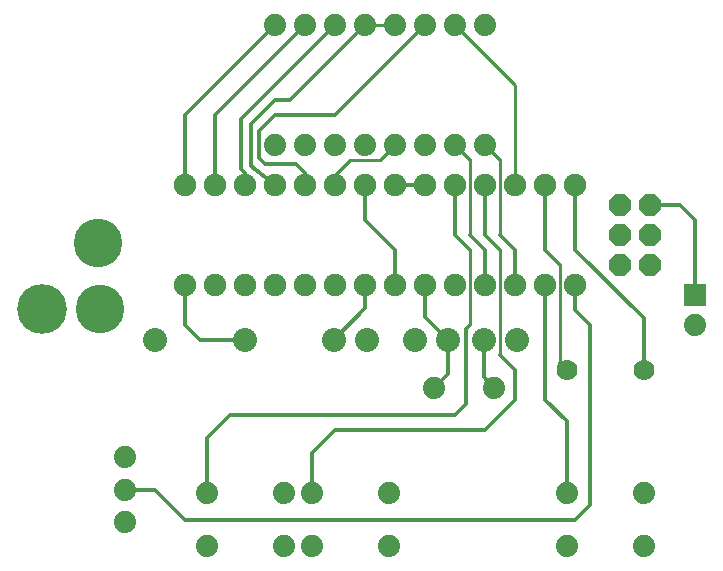
<source format=gbr>
G04 EAGLE Gerber RS-274X export*
G75*
%MOMM*%
%FSLAX34Y34*%
%LPD*%
%INTop Copper*%
%IPPOS*%
%AMOC8*
5,1,8,0,0,1.08239X$1,22.5*%
G01*
%ADD10P,2.034460X8X292.500000*%
%ADD11R,1.879600X1.879600*%
%ADD12C,1.879600*%
%ADD13C,2.032000*%
%ADD14C,1.905000*%
%ADD15C,4.216000*%
%ADD16C,4.114800*%
%ADD17C,1.778000*%
%ADD18C,0.304800*%
%ADD19C,0.254000*%


D10*
X203200Y304800D03*
X228600Y304800D03*
X203200Y279400D03*
X228600Y279400D03*
X203200Y254000D03*
X228600Y254000D03*
D11*
X266700Y228600D03*
D12*
X266700Y203200D03*
D13*
X-39370Y190500D03*
X-11430Y190500D03*
D14*
X-165100Y236855D03*
X-139700Y236855D03*
X-114300Y236855D03*
X-88900Y236855D03*
X-63500Y236855D03*
X-38100Y236855D03*
X-12700Y236855D03*
X12700Y236855D03*
X38100Y236855D03*
X63500Y236855D03*
X88900Y236855D03*
X114300Y236855D03*
X139700Y236855D03*
X165100Y236855D03*
X165100Y321310D03*
X139700Y321310D03*
X114300Y321310D03*
X88900Y321310D03*
X63500Y321310D03*
X38100Y321310D03*
X12700Y321310D03*
X-12700Y321310D03*
X-38100Y321310D03*
X-63500Y321310D03*
X-88900Y321310D03*
X-114300Y321310D03*
X-139700Y321310D03*
X-165100Y321310D03*
D12*
X-57912Y60706D03*
X7112Y60706D03*
X-57912Y15494D03*
X7112Y15494D03*
X-146812Y60706D03*
X-81788Y60706D03*
X-146812Y15494D03*
X-81788Y15494D03*
X96520Y149860D03*
X45720Y149860D03*
D13*
X29210Y190500D03*
X57150Y190500D03*
X115570Y190500D03*
X87630Y190500D03*
D12*
X-215900Y90678D03*
X-215900Y63500D03*
X-215900Y36322D03*
X157988Y60706D03*
X223012Y60706D03*
X157988Y15494D03*
X223012Y15494D03*
D15*
X-286235Y216106D03*
D16*
X-238983Y272023D03*
X-236993Y216270D03*
D17*
X223000Y165100D03*
X158000Y165100D03*
D13*
X-114300Y190500D03*
X-190500Y190500D03*
D12*
X-88900Y355600D03*
X-63500Y355600D03*
X-38100Y355600D03*
X-12700Y355600D03*
X12700Y355600D03*
X38100Y355600D03*
X88900Y355600D03*
X63500Y355600D03*
X88900Y457200D03*
X-38100Y457200D03*
X-12700Y457200D03*
X12700Y457200D03*
X63500Y457200D03*
X38100Y457200D03*
X-63500Y457200D03*
X-88900Y457200D03*
D18*
X-12700Y321310D02*
X-12700Y292100D01*
X12700Y266700D01*
X12700Y236855D01*
X-165100Y236855D02*
X-165100Y203200D01*
X-152400Y190500D01*
X-114300Y190500D01*
X12700Y321310D02*
X38100Y321310D01*
X266700Y292100D02*
X266700Y228600D01*
X266700Y292100D02*
X254000Y304800D01*
X228600Y304800D01*
X-12700Y236855D02*
X-12700Y217170D01*
X-39370Y190500D01*
X63500Y279400D02*
X63500Y321310D01*
X63500Y279400D02*
X76200Y266700D01*
X-146812Y107188D02*
X-146812Y60706D01*
X-146812Y107188D02*
X-127000Y127000D01*
X63500Y127000D01*
D19*
X76200Y203200D02*
X76200Y266700D01*
D18*
X76200Y203200D02*
X72390Y199390D01*
X72390Y135890D01*
X63500Y127000D01*
X88900Y279400D02*
X88900Y321310D01*
X88900Y279400D02*
X101600Y266700D01*
X-57912Y94488D02*
X-57912Y60706D01*
X-57912Y94488D02*
X-38100Y114300D01*
X88900Y114300D01*
D19*
X101600Y177800D02*
X101600Y266700D01*
D18*
X101600Y177800D02*
X114300Y165100D01*
X114300Y139700D01*
X88900Y114300D01*
D19*
X114300Y406400D02*
X63500Y457200D01*
X114300Y406400D02*
X114300Y321310D01*
D18*
X57150Y190500D02*
X57150Y161290D01*
X45720Y149860D01*
X38100Y209550D02*
X38100Y236855D01*
X38100Y209550D02*
X57150Y190500D01*
X87630Y190500D02*
X87630Y158750D01*
X96520Y149860D01*
X114300Y236855D02*
X114300Y266700D01*
X101600Y279400D01*
D19*
X101600Y342900D01*
D18*
X88900Y355600D01*
X-114300Y331470D02*
X-114300Y321310D01*
X-114300Y331470D02*
X-118110Y335280D01*
X-118110Y377190D01*
X-38100Y457200D01*
X-165100Y381000D02*
X-165100Y321310D01*
X-165100Y381000D02*
X-88900Y457200D01*
X-76200Y393700D02*
X-12700Y457200D01*
X-76200Y393700D02*
X-88900Y393700D01*
X-109220Y373380D01*
X-109220Y337820D01*
X-88900Y321310D01*
D19*
X-12700Y457200D02*
X12700Y457200D01*
X-38100Y330200D02*
X-38100Y321310D01*
X-38100Y330200D02*
X-25400Y342900D01*
X0Y342900D01*
X12700Y355600D01*
D18*
X-38100Y381000D02*
X38100Y457200D01*
X-38100Y381000D02*
X-88900Y381000D01*
X-102870Y367030D01*
X-102870Y344170D01*
X-97790Y339090D01*
X-71120Y339090D01*
X-63500Y331470D01*
X-63500Y321310D01*
X-139700Y321310D02*
X-139700Y381000D01*
X-63500Y457200D01*
X-190500Y63500D02*
X-215900Y63500D01*
X-190500Y63500D02*
X-165100Y38100D01*
X165100Y38100D01*
X177800Y50800D01*
X177800Y203200D01*
X165100Y215900D01*
X165100Y236855D01*
X157988Y121412D02*
X157988Y60706D01*
X157988Y121412D02*
X139700Y139700D01*
X139700Y236855D01*
X88900Y236855D02*
X88900Y266700D01*
X76200Y279400D01*
D19*
X76200Y342900D01*
D18*
X63500Y355600D01*
X165100Y321310D02*
X165100Y266700D01*
X223000Y208800D02*
X223000Y165100D01*
X223000Y208800D02*
X165100Y266700D01*
X139700Y266700D02*
X139700Y321310D01*
X139700Y266700D02*
X152400Y254000D01*
D19*
X152400Y170700D01*
D18*
X158000Y165100D01*
M02*

</source>
